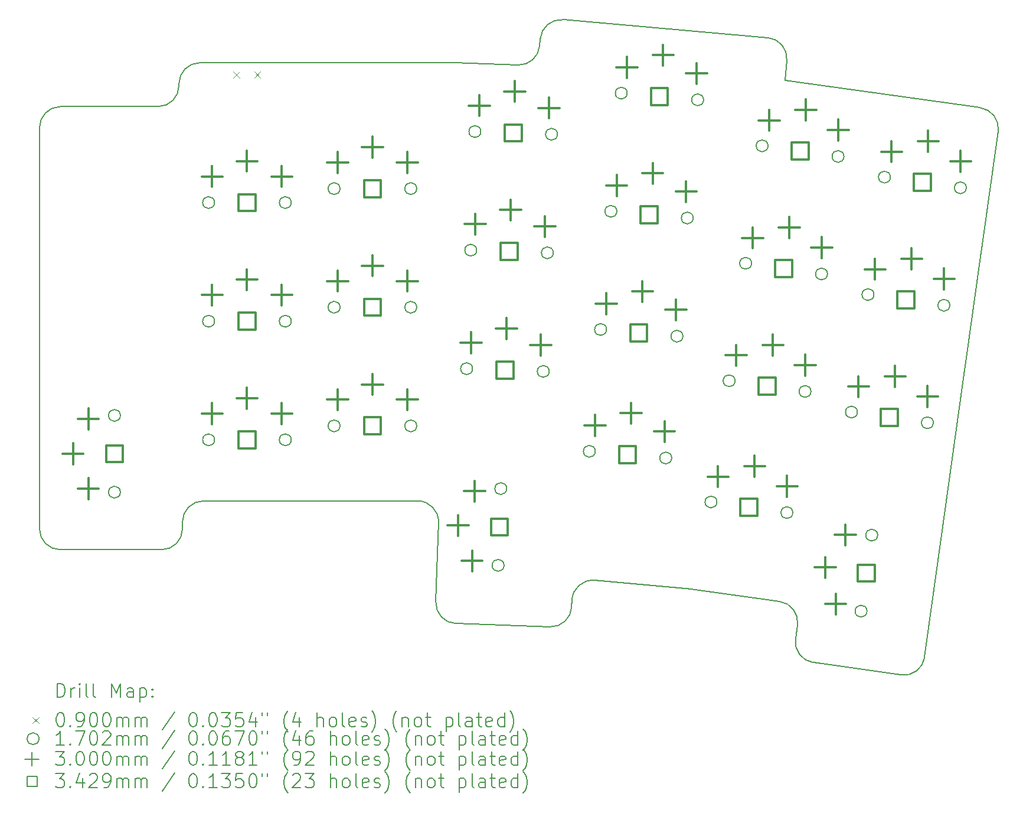
<source format=gbr>
%TF.GenerationSoftware,KiCad,Pcbnew,(6.0.9)*%
%TF.CreationDate,2022-11-05T11:26:51+01:00*%
%TF.ProjectId,itemun,6974656d-756e-42e6-9b69-6361645f7063,v1.0.0*%
%TF.SameCoordinates,Original*%
%TF.FileFunction,Drillmap*%
%TF.FilePolarity,Positive*%
%FSLAX45Y45*%
G04 Gerber Fmt 4.5, Leading zero omitted, Abs format (unit mm)*
G04 Created by KiCad (PCBNEW (6.0.9)) date 2022-11-05 11:26:51*
%MOMM*%
%LPD*%
G01*
G04 APERTURE LIST*
%ADD10C,0.150000*%
%ADD11C,0.200000*%
%ADD12C,0.090000*%
%ADD13C,0.170180*%
%ADD14C,0.300000*%
%ADD15C,0.342900*%
G04 APERTURE END LIST*
D10*
X9999317Y-1771798D02*
X11334248Y-1959410D01*
X718150Y-918120D02*
X718150Y4831880D01*
X13995345Y1409119D02*
X13988386Y1359605D01*
X6673150Y5759690D02*
X7581528Y5727969D01*
X8679490Y-1655915D02*
G75*
G03*
X8353526Y-1944304I-26150J-298855D01*
G01*
X14468533Y4776030D02*
G75*
G03*
X14213205Y5114862I-297083J41750D01*
G01*
X11436343Y5794997D02*
G75*
G03*
X11163626Y6120003I-298863J26143D01*
G01*
X1018150Y5131880D02*
G75*
G03*
X718150Y4831880I-1J-300000D01*
G01*
X1018150Y-1218120D02*
X2468151Y-1218120D01*
X3018150Y5759880D02*
X6673150Y5759880D01*
X3018150Y5759879D02*
G75*
G03*
X2718151Y5459880I-1J-299999D01*
G01*
X11561742Y-2496296D02*
X11589577Y-2298243D01*
X1018150Y5131880D02*
X2418151Y5131880D01*
X8224852Y6377112D02*
X11163626Y6120003D01*
X13995345Y1409119D02*
X14224981Y3043061D01*
X8353526Y-1944304D02*
X8350408Y-2033593D01*
X14231939Y3092574D02*
X14468533Y4776030D01*
X7581528Y5727969D02*
G75*
G03*
X7890856Y6001639I10470J299817D01*
G01*
X6409623Y-1735679D02*
X6441299Y-828589D01*
X11436338Y5794998D02*
X11411285Y5508647D01*
X11589579Y-2298243D02*
G75*
G03*
X11334248Y-1959410I-297079J41753D01*
G01*
X8040121Y-2322938D02*
G75*
G03*
X8350408Y-2033593I10469J299818D01*
G01*
X2418151Y5131880D02*
G75*
G03*
X2718151Y5431880I-1J300001D01*
G01*
X11411285Y5508647D02*
X14213205Y5114862D01*
X7890856Y6001639D02*
X7899847Y6104401D01*
X8679490Y-1655915D02*
X9983712Y-1770020D01*
X3068150Y-518120D02*
X6141482Y-518120D01*
X11817071Y-2835129D02*
X13074711Y-3011878D01*
X6690943Y-2275826D02*
X8040121Y-2322940D01*
X11561742Y-2496296D02*
G75*
G03*
X11817071Y-2835129I297078J-41754D01*
G01*
X13681357Y-825025D02*
X13988386Y1359605D01*
X6401594Y-1965539D02*
G75*
G03*
X6690943Y-2275826I299816J-10471D01*
G01*
X3068150Y-518120D02*
G75*
G03*
X2768151Y-818120I-1J-299999D01*
G01*
X6673150Y5759880D02*
X6673150Y5759690D01*
X13413543Y-2756550D02*
X13684931Y-825527D01*
X6441298Y-828589D02*
G75*
G03*
X6141482Y-518120I-299818J10470D01*
G01*
X9999317Y-1771798D02*
G75*
G03*
X9983712Y-1770020I-41767J-297212D01*
G01*
X2468151Y-1218121D02*
G75*
G03*
X2768151Y-918120I-1J300001D01*
G01*
X718150Y-918120D02*
G75*
G03*
X1018150Y-1218120I300000J0D01*
G01*
X6401596Y-1965539D02*
X6409623Y-1735679D01*
X2768151Y-818120D02*
X2768151Y-918120D01*
X2718151Y5431880D02*
X2718151Y5459880D01*
X14231939Y3092574D02*
X14224981Y3043061D01*
X8224852Y6377114D02*
G75*
G03*
X7899847Y6104401I-26142J-298864D01*
G01*
X13681357Y-825025D02*
X13684931Y-825527D01*
X13074710Y-3011884D02*
G75*
G03*
X13413543Y-2756550I41750J297084D01*
G01*
D11*
D12*
X3498150Y5634880D02*
X3588150Y5544880D01*
X3588150Y5634880D02*
X3498150Y5544880D01*
X3498150Y5634880D02*
X3588150Y5544880D01*
X3588150Y5634880D02*
X3498150Y5544880D01*
X3798150Y5634880D02*
X3888150Y5544880D01*
X3888150Y5634880D02*
X3798150Y5544880D01*
X3798150Y5634880D02*
X3888150Y5544880D01*
X3888150Y5634880D02*
X3798150Y5544880D01*
D13*
X1878240Y706880D02*
G75*
G03*
X1878240Y706880I-85090J0D01*
G01*
X1878240Y-393120D02*
G75*
G03*
X1878240Y-393120I-85090J0D01*
G01*
X3228240Y3756880D02*
G75*
G03*
X3228240Y3756880I-85090J0D01*
G01*
X3228240Y2056880D02*
G75*
G03*
X3228240Y2056880I-85090J0D01*
G01*
X3228240Y356880D02*
G75*
G03*
X3228240Y356880I-85090J0D01*
G01*
X4328241Y3756880D02*
G75*
G03*
X4328241Y3756880I-85090J0D01*
G01*
X4328241Y2056880D02*
G75*
G03*
X4328241Y2056880I-85090J0D01*
G01*
X4328241Y356880D02*
G75*
G03*
X4328241Y356880I-85090J0D01*
G01*
X5028241Y3956880D02*
G75*
G03*
X5028241Y3956880I-85090J0D01*
G01*
X5028241Y2256880D02*
G75*
G03*
X5028241Y2256880I-85090J0D01*
G01*
X5028241Y556880D02*
G75*
G03*
X5028241Y556880I-85090J0D01*
G01*
X6128240Y3956880D02*
G75*
G03*
X6128240Y3956880I-85090J0D01*
G01*
X6128240Y2256880D02*
G75*
G03*
X6128240Y2256880I-85090J0D01*
G01*
X6128240Y556880D02*
G75*
G03*
X6128240Y556880I-85090J0D01*
G01*
X6928575Y1376075D02*
G75*
G03*
X6928575Y1376075I-85090J0D01*
G01*
X6987905Y3075039D02*
G75*
G03*
X6987905Y3075039I-85090J0D01*
G01*
X7047234Y4774004D02*
G75*
G03*
X7047234Y4774004I-85090J0D01*
G01*
X7380522Y-1441414D02*
G75*
G03*
X7380522Y-1441414I-85090J0D01*
G01*
X7418911Y-342084D02*
G75*
G03*
X7418911Y-342084I-85090J0D01*
G01*
X8027905Y1337686D02*
G75*
G03*
X8027905Y1337686I-85090J0D01*
G01*
X8087235Y3036650D02*
G75*
G03*
X8087235Y3036650I-85090J0D01*
G01*
X8146564Y4735615D02*
G75*
G03*
X8146564Y4735615I-85090J0D01*
G01*
X8689102Y192697D02*
G75*
G03*
X8689102Y192697I-85090J0D01*
G01*
X8850116Y1938141D02*
G75*
G03*
X8850116Y1938141I-85090J0D01*
G01*
X8998280Y3631672D02*
G75*
G03*
X8998280Y3631672I-85090J0D01*
G01*
X9146445Y5325204D02*
G75*
G03*
X9146445Y5325204I-85090J0D01*
G01*
X9784917Y96826D02*
G75*
G03*
X9784917Y96826I-85090J0D01*
G01*
X9945930Y1842270D02*
G75*
G03*
X9945930Y1842270I-85090J0D01*
G01*
X10094095Y3535801D02*
G75*
G03*
X10094095Y3535801I-85090J0D01*
G01*
X10242259Y5229332D02*
G75*
G03*
X10242259Y5229332I-85090J0D01*
G01*
X10433219Y-533290D02*
G75*
G03*
X10433219Y-533290I-85090J0D01*
G01*
X10693852Y1203438D02*
G75*
G03*
X10693852Y1203438I-85090J0D01*
G01*
X10930446Y2886894D02*
G75*
G03*
X10930446Y2886894I-85090J0D01*
G01*
X11167040Y4570350D02*
G75*
G03*
X11167040Y4570350I-85090J0D01*
G01*
X11522514Y-686381D02*
G75*
G03*
X11522514Y-686381I-85090J0D01*
G01*
X11783147Y1050348D02*
G75*
G03*
X11783147Y1050348I-85090J0D01*
G01*
X12019741Y2733804D02*
G75*
G03*
X12019741Y2733804I-85090J0D01*
G01*
X12256335Y4417259D02*
G75*
G03*
X12256335Y4417259I-85090J0D01*
G01*
X12448500Y754873D02*
G75*
G03*
X12448500Y754873I-85090J0D01*
G01*
X12586383Y-2098182D02*
G75*
G03*
X12586383Y-2098182I-85090J0D01*
G01*
X12685094Y2438329D02*
G75*
G03*
X12685094Y2438329I-85090J0D01*
G01*
X12739473Y-1008887D02*
G75*
G03*
X12739473Y-1008887I-85090J0D01*
G01*
X12921688Y4121784D02*
G75*
G03*
X12921688Y4121784I-85090J0D01*
G01*
X13537794Y601783D02*
G75*
G03*
X13537794Y601783I-85090J0D01*
G01*
X13774389Y2285238D02*
G75*
G03*
X13774389Y2285238I-85090J0D01*
G01*
X14010983Y3968694D02*
G75*
G03*
X14010983Y3968694I-85090J0D01*
G01*
D14*
X1198151Y306880D02*
X1198151Y6880D01*
X1048150Y156880D02*
X1348151Y156880D01*
X1198151Y306880D02*
X1198151Y6880D01*
X1048150Y156880D02*
X1348151Y156880D01*
X1418150Y806880D02*
X1418150Y506880D01*
X1268151Y656880D02*
X1568150Y656880D01*
X1418150Y-193120D02*
X1418150Y-493120D01*
X1268151Y-343120D02*
X1568150Y-343120D01*
X3193150Y4281880D02*
X3193150Y3981880D01*
X3043150Y4131880D02*
X3343150Y4131880D01*
X3193150Y2581880D02*
X3193150Y2281880D01*
X3043150Y2431880D02*
X3343150Y2431880D01*
X3193150Y881880D02*
X3193150Y581880D01*
X3043150Y731880D02*
X3343150Y731880D01*
X3693150Y4501880D02*
X3693150Y4201880D01*
X3543150Y4351880D02*
X3843150Y4351880D01*
X3693150Y4501880D02*
X3693150Y4201880D01*
X3543150Y4351880D02*
X3843150Y4351880D01*
X3693150Y2801880D02*
X3693150Y2501880D01*
X3543150Y2651880D02*
X3843150Y2651880D01*
X3693150Y2801880D02*
X3693150Y2501880D01*
X3543150Y2651880D02*
X3843150Y2651880D01*
X3693150Y1101880D02*
X3693150Y801880D01*
X3543150Y951880D02*
X3843150Y951880D01*
X3693150Y1101880D02*
X3693150Y801880D01*
X3543150Y951880D02*
X3843150Y951880D01*
X4193150Y4281880D02*
X4193150Y3981880D01*
X4043150Y4131880D02*
X4343151Y4131880D01*
X4193150Y2581880D02*
X4193150Y2281880D01*
X4043150Y2431880D02*
X4343151Y2431880D01*
X4193150Y881880D02*
X4193150Y581880D01*
X4043150Y731880D02*
X4343151Y731880D01*
X4993151Y4481880D02*
X4993151Y4181880D01*
X4843151Y4331880D02*
X5143151Y4331880D01*
X4993151Y2781880D02*
X4993151Y2481880D01*
X4843151Y2631880D02*
X5143151Y2631880D01*
X4993151Y1081880D02*
X4993151Y781880D01*
X4843151Y931880D02*
X5143151Y931880D01*
X5493151Y4701880D02*
X5493151Y4401880D01*
X5343151Y4551880D02*
X5643150Y4551880D01*
X5493151Y4701880D02*
X5493151Y4401880D01*
X5343151Y4551880D02*
X5643150Y4551880D01*
X5493151Y3001880D02*
X5493151Y2701880D01*
X5343151Y2851880D02*
X5643150Y2851880D01*
X5493151Y3001880D02*
X5493151Y2701880D01*
X5343151Y2851880D02*
X5643150Y2851880D01*
X5493151Y1301880D02*
X5493151Y1001880D01*
X5343151Y1151880D02*
X5643150Y1151880D01*
X5493151Y1301880D02*
X5493151Y1001880D01*
X5343151Y1151880D02*
X5643150Y1151880D01*
X5993150Y4481880D02*
X5993150Y4181880D01*
X5843150Y4331880D02*
X6143150Y4331880D01*
X5993150Y2781880D02*
X5993150Y2481880D01*
X5843150Y2631880D02*
X6143150Y2631880D01*
X5993150Y1081880D02*
X5993150Y781880D01*
X5843150Y931880D02*
X6143150Y931880D01*
X6719989Y-720984D02*
X6719989Y-1020984D01*
X6569989Y-870984D02*
X6869989Y-870984D01*
X6719989Y-720984D02*
X6719989Y-1020984D01*
X6569989Y-870984D02*
X6869989Y-870984D01*
X6906542Y1899102D02*
X6906542Y1599102D01*
X6756542Y1749102D02*
X7056542Y1749102D01*
X6922405Y-1228357D02*
X6922405Y-1528357D01*
X6772405Y-1378357D02*
X7072405Y-1378357D01*
X6957305Y-228966D02*
X6957305Y-528966D01*
X6807305Y-378966D02*
X7107305Y-378966D01*
X6965871Y3598066D02*
X6965871Y3298066D01*
X6815871Y3448066D02*
X7115871Y3448066D01*
X7025201Y5297031D02*
X7025201Y4997031D01*
X6875201Y5147031D02*
X7175201Y5147031D01*
X7413916Y2101518D02*
X7413916Y1801518D01*
X7263916Y1951518D02*
X7563916Y1951518D01*
X7413916Y2101518D02*
X7413916Y1801518D01*
X7263916Y1951518D02*
X7563916Y1951518D01*
X7473245Y3800482D02*
X7473245Y3500482D01*
X7323245Y3650482D02*
X7623245Y3650482D01*
X7473245Y3800482D02*
X7473245Y3500482D01*
X7323245Y3650482D02*
X7623245Y3650482D01*
X7532574Y5499447D02*
X7532574Y5199447D01*
X7382574Y5349447D02*
X7682574Y5349447D01*
X7532574Y5499447D02*
X7532574Y5199447D01*
X7382574Y5349447D02*
X7682574Y5349447D01*
X7905933Y1864202D02*
X7905933Y1564202D01*
X7755933Y1714202D02*
X8055933Y1714202D01*
X7965262Y3563167D02*
X7965262Y3263167D01*
X7815262Y3413167D02*
X8115262Y3413167D01*
X8024591Y5262131D02*
X8024591Y4962131D01*
X7874591Y5112131D02*
X8174591Y5112131D01*
X8686506Y711913D02*
X8686506Y411913D01*
X8536506Y561913D02*
X8836506Y561913D01*
X8847519Y2457357D02*
X8847519Y2157357D01*
X8697519Y2307357D02*
X8997519Y2307357D01*
X8995684Y4150888D02*
X8995684Y3850888D01*
X8845684Y4000888D02*
X9145684Y4000888D01*
X9143848Y5844419D02*
X9143848Y5544419D01*
X8993848Y5694419D02*
X9293848Y5694419D01*
X9203777Y887498D02*
X9203777Y587498D01*
X9053777Y737498D02*
X9353777Y737498D01*
X9203777Y887498D02*
X9203777Y587498D01*
X9053777Y737498D02*
X9353777Y737498D01*
X9364790Y2632942D02*
X9364790Y2332942D01*
X9214790Y2482942D02*
X9514790Y2482942D01*
X9364790Y2632942D02*
X9364790Y2332942D01*
X9214790Y2482942D02*
X9514790Y2482942D01*
X9512955Y4326473D02*
X9512955Y4026473D01*
X9362955Y4176473D02*
X9662955Y4176473D01*
X9512955Y4326473D02*
X9512955Y4026473D01*
X9362955Y4176473D02*
X9662955Y4176473D01*
X9661120Y6020004D02*
X9661120Y5720004D01*
X9511120Y5870004D02*
X9811120Y5870004D01*
X9661120Y6020004D02*
X9661120Y5720004D01*
X9511120Y5870004D02*
X9811120Y5870004D01*
X9682700Y624757D02*
X9682700Y324757D01*
X9532700Y474757D02*
X9832700Y474757D01*
X9843714Y2370201D02*
X9843714Y2070201D01*
X9693714Y2220201D02*
X9993714Y2220201D01*
X9991878Y4063732D02*
X9991878Y3763732D01*
X9841878Y3913732D02*
X10141878Y3913732D01*
X10140043Y5757263D02*
X10140043Y5457263D01*
X9990043Y5607263D02*
X10290043Y5607263D01*
X10449832Y-18898D02*
X10449832Y-318898D01*
X10299832Y-168898D02*
X10599832Y-168898D01*
X10710465Y1717830D02*
X10710465Y1417830D01*
X10560465Y1567830D02*
X10860465Y1567830D01*
X10947059Y3401286D02*
X10947059Y3101286D01*
X10797059Y3251286D02*
X11097059Y3251286D01*
X10975585Y129374D02*
X10975585Y-170626D01*
X10825585Y-20626D02*
X11125585Y-20626D01*
X10975585Y129374D02*
X10975585Y-170626D01*
X10825585Y-20626D02*
X11125585Y-20626D01*
X11183654Y5084742D02*
X11183654Y4784742D01*
X11033654Y4934742D02*
X11333654Y4934742D01*
X11236217Y1866103D02*
X11236217Y1566103D01*
X11086217Y1716103D02*
X11386217Y1716103D01*
X11236217Y1866103D02*
X11236217Y1566103D01*
X11086217Y1716103D02*
X11386217Y1716103D01*
X11440100Y-158071D02*
X11440100Y-458071D01*
X11290100Y-308071D02*
X11590100Y-308071D01*
X11472811Y3549558D02*
X11472811Y3249558D01*
X11322811Y3399558D02*
X11622811Y3399558D01*
X11472811Y3549558D02*
X11472811Y3249558D01*
X11322811Y3399558D02*
X11622811Y3399558D01*
X11700733Y1578657D02*
X11700733Y1278657D01*
X11550733Y1428657D02*
X11850733Y1428657D01*
X11709406Y5233014D02*
X11709406Y4933014D01*
X11559406Y5083014D02*
X11859406Y5083014D01*
X11709406Y5233014D02*
X11709406Y4933014D01*
X11559406Y5083014D02*
X11859406Y5083014D01*
X11937327Y3262113D02*
X11937327Y2962113D01*
X11787327Y3112113D02*
X12087327Y3112113D01*
X11988628Y-1320727D02*
X11988628Y-1620727D01*
X11838628Y-1470727D02*
X12138628Y-1470727D01*
X11988628Y-1320727D02*
X11988628Y-1620727D01*
X11838628Y-1470727D02*
X12138628Y-1470727D01*
X12136901Y-1846479D02*
X12136901Y-2146479D01*
X11986901Y-1996479D02*
X12286901Y-1996479D01*
X12173922Y4945569D02*
X12173922Y4645569D01*
X12023922Y4795569D02*
X12323922Y4795569D01*
X12276074Y-856211D02*
X12276074Y-1156211D01*
X12126074Y-1006211D02*
X12426074Y-1006211D01*
X12465113Y1269265D02*
X12465113Y969265D01*
X12315113Y1119265D02*
X12615113Y1119265D01*
X12701707Y2952721D02*
X12701707Y2652721D01*
X12551707Y2802721D02*
X12851707Y2802721D01*
X12938302Y4636176D02*
X12938302Y4336176D01*
X12788302Y4486176D02*
X13088302Y4486176D01*
X12990865Y1417537D02*
X12990865Y1117537D01*
X12840865Y1267537D02*
X13140865Y1267537D01*
X12990865Y1417537D02*
X12990865Y1117537D01*
X12840865Y1267537D02*
X13140865Y1267537D01*
X13227459Y3100993D02*
X13227459Y2800993D01*
X13077459Y2950993D02*
X13377459Y2950993D01*
X13227459Y3100993D02*
X13227459Y2800993D01*
X13077459Y2950993D02*
X13377459Y2950993D01*
X13455381Y1130092D02*
X13455381Y830092D01*
X13305381Y980092D02*
X13605381Y980092D01*
X13464054Y4784449D02*
X13464054Y4484449D01*
X13314054Y4634449D02*
X13614054Y4634449D01*
X13464054Y4784449D02*
X13464054Y4484449D01*
X13314054Y4634449D02*
X13614054Y4634449D01*
X13691975Y2813548D02*
X13691975Y2513548D01*
X13541975Y2663548D02*
X13841975Y2663548D01*
X13928570Y4497003D02*
X13928570Y4197003D01*
X13778570Y4347003D02*
X14078570Y4347003D01*
D15*
X1914385Y35646D02*
X1914385Y278115D01*
X1671916Y278115D01*
X1671916Y35646D01*
X1914385Y35646D01*
X3814385Y3635646D02*
X3814385Y3878115D01*
X3571916Y3878115D01*
X3571916Y3635646D01*
X3814385Y3635646D01*
X3814385Y1935646D02*
X3814385Y2178115D01*
X3571916Y2178115D01*
X3571916Y1935646D01*
X3814385Y1935646D01*
X3814385Y235646D02*
X3814385Y478115D01*
X3571916Y478115D01*
X3571916Y235646D01*
X3814385Y235646D01*
X5614385Y3835646D02*
X5614385Y4078115D01*
X5371916Y4078115D01*
X5371916Y3835646D01*
X5614385Y3835646D01*
X5614385Y2135646D02*
X5614385Y2378115D01*
X5371916Y2378115D01*
X5371916Y2135646D01*
X5614385Y2135646D01*
X5614385Y435646D02*
X5614385Y678115D01*
X5371916Y678115D01*
X5371916Y435646D01*
X5614385Y435646D01*
X7435861Y-1012984D02*
X7435861Y-770514D01*
X7193392Y-770514D01*
X7193392Y-1012984D01*
X7435861Y-1012984D01*
X7514385Y1235646D02*
X7514385Y1478115D01*
X7271916Y1478115D01*
X7271916Y1235646D01*
X7514385Y1235646D01*
X7573714Y2934610D02*
X7573714Y3177079D01*
X7331245Y3177079D01*
X7331245Y2934610D01*
X7573714Y2934610D01*
X7633043Y4633575D02*
X7633043Y4876044D01*
X7390574Y4876044D01*
X7390574Y4633575D01*
X7633043Y4633575D01*
X9273154Y23527D02*
X9273154Y265996D01*
X9030685Y265996D01*
X9030685Y23527D01*
X9273154Y23527D01*
X9434167Y1768971D02*
X9434167Y2011440D01*
X9191698Y2011440D01*
X9191698Y1768971D01*
X9434167Y1768971D01*
X9582332Y3462502D02*
X9582332Y3704971D01*
X9339863Y3704971D01*
X9339863Y3462502D01*
X9582332Y3462502D01*
X9730497Y5156033D02*
X9730497Y5398502D01*
X9488028Y5398502D01*
X9488028Y5156033D01*
X9730497Y5156033D01*
X11014011Y-731070D02*
X11014011Y-488601D01*
X10771542Y-488601D01*
X10771542Y-731070D01*
X11014011Y-731070D01*
X11274644Y1005658D02*
X11274644Y1248128D01*
X11032175Y1248128D01*
X11032175Y1005658D01*
X11274644Y1005658D01*
X11511238Y2689114D02*
X11511238Y2931583D01*
X11268769Y2931583D01*
X11268769Y2689114D01*
X11511238Y2689114D01*
X11747832Y4372570D02*
X11747832Y4615039D01*
X11505363Y4615039D01*
X11505363Y4372570D01*
X11747832Y4372570D01*
X12699072Y-1674769D02*
X12699072Y-1432300D01*
X12456603Y-1432300D01*
X12456603Y-1674769D01*
X12699072Y-1674769D01*
X13029292Y557093D02*
X13029292Y799562D01*
X12786822Y799562D01*
X12786822Y557093D01*
X13029292Y557093D01*
X13265886Y2240549D02*
X13265886Y2483018D01*
X13023417Y2483018D01*
X13023417Y2240549D01*
X13265886Y2240549D01*
X13502480Y3924005D02*
X13502480Y4166474D01*
X13260011Y4166474D01*
X13260011Y3924005D01*
X13502480Y3924005D01*
D11*
X968269Y-3332779D02*
X968269Y-3132779D01*
X1015888Y-3132779D01*
X1044460Y-3142303D01*
X1063508Y-3161350D01*
X1073031Y-3180398D01*
X1082555Y-3218493D01*
X1082555Y-3247065D01*
X1073031Y-3285160D01*
X1063508Y-3304207D01*
X1044460Y-3323255D01*
X1015888Y-3332779D01*
X968269Y-3332779D01*
X1168270Y-3332779D02*
X1168270Y-3199446D01*
X1168270Y-3237541D02*
X1177793Y-3218493D01*
X1187317Y-3208969D01*
X1206365Y-3199446D01*
X1225412Y-3199446D01*
X1292079Y-3332779D02*
X1292079Y-3199446D01*
X1292079Y-3132779D02*
X1282555Y-3142303D01*
X1292079Y-3151827D01*
X1301603Y-3142303D01*
X1292079Y-3132779D01*
X1292079Y-3151827D01*
X1415888Y-3332779D02*
X1396841Y-3323255D01*
X1387317Y-3304207D01*
X1387317Y-3132779D01*
X1520650Y-3332779D02*
X1501603Y-3323255D01*
X1492079Y-3304207D01*
X1492079Y-3132779D01*
X1749222Y-3332779D02*
X1749222Y-3132779D01*
X1815888Y-3275636D01*
X1882555Y-3132779D01*
X1882555Y-3332779D01*
X2063508Y-3332779D02*
X2063508Y-3228017D01*
X2053984Y-3208969D01*
X2034936Y-3199446D01*
X1996841Y-3199446D01*
X1977793Y-3208969D01*
X2063508Y-3323255D02*
X2044460Y-3332779D01*
X1996841Y-3332779D01*
X1977793Y-3323255D01*
X1968269Y-3304207D01*
X1968269Y-3285160D01*
X1977793Y-3266112D01*
X1996841Y-3256588D01*
X2044460Y-3256588D01*
X2063508Y-3247065D01*
X2158746Y-3199446D02*
X2158746Y-3399446D01*
X2158746Y-3208969D02*
X2177793Y-3199446D01*
X2215889Y-3199446D01*
X2234936Y-3208969D01*
X2244460Y-3218493D01*
X2253984Y-3237541D01*
X2253984Y-3294684D01*
X2244460Y-3313731D01*
X2234936Y-3323255D01*
X2215889Y-3332779D01*
X2177793Y-3332779D01*
X2158746Y-3323255D01*
X2339698Y-3313731D02*
X2349222Y-3323255D01*
X2339698Y-3332779D01*
X2330174Y-3323255D01*
X2339698Y-3313731D01*
X2339698Y-3332779D01*
X2339698Y-3208969D02*
X2349222Y-3218493D01*
X2339698Y-3228017D01*
X2330174Y-3218493D01*
X2339698Y-3208969D01*
X2339698Y-3228017D01*
D12*
X620651Y-3617303D02*
X710650Y-3707303D01*
X710650Y-3617303D02*
X620651Y-3707303D01*
D11*
X1006365Y-3552779D02*
X1025412Y-3552779D01*
X1044460Y-3562303D01*
X1053984Y-3571827D01*
X1063508Y-3590874D01*
X1073031Y-3628969D01*
X1073031Y-3676588D01*
X1063508Y-3714684D01*
X1053984Y-3733731D01*
X1044460Y-3743255D01*
X1025412Y-3752779D01*
X1006365Y-3752779D01*
X987317Y-3743255D01*
X977793Y-3733731D01*
X968269Y-3714684D01*
X958746Y-3676588D01*
X958746Y-3628969D01*
X968269Y-3590874D01*
X977793Y-3571827D01*
X987317Y-3562303D01*
X1006365Y-3552779D01*
X1158746Y-3733731D02*
X1168270Y-3743255D01*
X1158746Y-3752779D01*
X1149222Y-3743255D01*
X1158746Y-3733731D01*
X1158746Y-3752779D01*
X1263508Y-3752779D02*
X1301603Y-3752779D01*
X1320651Y-3743255D01*
X1330174Y-3733731D01*
X1349222Y-3705160D01*
X1358746Y-3667065D01*
X1358746Y-3590874D01*
X1349222Y-3571827D01*
X1339698Y-3562303D01*
X1320651Y-3552779D01*
X1282555Y-3552779D01*
X1263508Y-3562303D01*
X1253984Y-3571827D01*
X1244460Y-3590874D01*
X1244460Y-3638493D01*
X1253984Y-3657541D01*
X1263508Y-3667065D01*
X1282555Y-3676588D01*
X1320651Y-3676588D01*
X1339698Y-3667065D01*
X1349222Y-3657541D01*
X1358746Y-3638493D01*
X1482555Y-3552779D02*
X1501603Y-3552779D01*
X1520650Y-3562303D01*
X1530174Y-3571827D01*
X1539698Y-3590874D01*
X1549222Y-3628969D01*
X1549222Y-3676588D01*
X1539698Y-3714684D01*
X1530174Y-3733731D01*
X1520650Y-3743255D01*
X1501603Y-3752779D01*
X1482555Y-3752779D01*
X1463508Y-3743255D01*
X1453984Y-3733731D01*
X1444460Y-3714684D01*
X1434936Y-3676588D01*
X1434936Y-3628969D01*
X1444460Y-3590874D01*
X1453984Y-3571827D01*
X1463508Y-3562303D01*
X1482555Y-3552779D01*
X1673031Y-3552779D02*
X1692079Y-3552779D01*
X1711127Y-3562303D01*
X1720650Y-3571827D01*
X1730174Y-3590874D01*
X1739698Y-3628969D01*
X1739698Y-3676588D01*
X1730174Y-3714684D01*
X1720650Y-3733731D01*
X1711127Y-3743255D01*
X1692079Y-3752779D01*
X1673031Y-3752779D01*
X1653984Y-3743255D01*
X1644460Y-3733731D01*
X1634936Y-3714684D01*
X1625412Y-3676588D01*
X1625412Y-3628969D01*
X1634936Y-3590874D01*
X1644460Y-3571827D01*
X1653984Y-3562303D01*
X1673031Y-3552779D01*
X1825412Y-3752779D02*
X1825412Y-3619446D01*
X1825412Y-3638493D02*
X1834936Y-3628969D01*
X1853984Y-3619446D01*
X1882555Y-3619446D01*
X1901603Y-3628969D01*
X1911127Y-3648017D01*
X1911127Y-3752779D01*
X1911127Y-3648017D02*
X1920650Y-3628969D01*
X1939698Y-3619446D01*
X1968269Y-3619446D01*
X1987317Y-3628969D01*
X1996841Y-3648017D01*
X1996841Y-3752779D01*
X2092079Y-3752779D02*
X2092079Y-3619446D01*
X2092079Y-3638493D02*
X2101603Y-3628969D01*
X2120651Y-3619446D01*
X2149222Y-3619446D01*
X2168270Y-3628969D01*
X2177793Y-3648017D01*
X2177793Y-3752779D01*
X2177793Y-3648017D02*
X2187317Y-3628969D01*
X2206365Y-3619446D01*
X2234936Y-3619446D01*
X2253984Y-3628969D01*
X2263508Y-3648017D01*
X2263508Y-3752779D01*
X2653984Y-3543255D02*
X2482555Y-3800398D01*
X2911127Y-3552779D02*
X2930174Y-3552779D01*
X2949222Y-3562303D01*
X2958746Y-3571827D01*
X2968269Y-3590874D01*
X2977793Y-3628969D01*
X2977793Y-3676588D01*
X2968269Y-3714684D01*
X2958746Y-3733731D01*
X2949222Y-3743255D01*
X2930174Y-3752779D01*
X2911127Y-3752779D01*
X2892079Y-3743255D01*
X2882555Y-3733731D01*
X2873031Y-3714684D01*
X2863508Y-3676588D01*
X2863508Y-3628969D01*
X2873031Y-3590874D01*
X2882555Y-3571827D01*
X2892079Y-3562303D01*
X2911127Y-3552779D01*
X3063508Y-3733731D02*
X3073031Y-3743255D01*
X3063508Y-3752779D01*
X3053984Y-3743255D01*
X3063508Y-3733731D01*
X3063508Y-3752779D01*
X3196841Y-3552779D02*
X3215888Y-3552779D01*
X3234936Y-3562303D01*
X3244460Y-3571827D01*
X3253984Y-3590874D01*
X3263508Y-3628969D01*
X3263508Y-3676588D01*
X3253984Y-3714684D01*
X3244460Y-3733731D01*
X3234936Y-3743255D01*
X3215888Y-3752779D01*
X3196841Y-3752779D01*
X3177793Y-3743255D01*
X3168269Y-3733731D01*
X3158746Y-3714684D01*
X3149222Y-3676588D01*
X3149222Y-3628969D01*
X3158746Y-3590874D01*
X3168269Y-3571827D01*
X3177793Y-3562303D01*
X3196841Y-3552779D01*
X3330174Y-3552779D02*
X3453984Y-3552779D01*
X3387317Y-3628969D01*
X3415888Y-3628969D01*
X3434936Y-3638493D01*
X3444460Y-3648017D01*
X3453984Y-3667065D01*
X3453984Y-3714684D01*
X3444460Y-3733731D01*
X3434936Y-3743255D01*
X3415888Y-3752779D01*
X3358746Y-3752779D01*
X3339698Y-3743255D01*
X3330174Y-3733731D01*
X3634936Y-3552779D02*
X3539698Y-3552779D01*
X3530174Y-3648017D01*
X3539698Y-3638493D01*
X3558746Y-3628969D01*
X3606365Y-3628969D01*
X3625412Y-3638493D01*
X3634936Y-3648017D01*
X3644460Y-3667065D01*
X3644460Y-3714684D01*
X3634936Y-3733731D01*
X3625412Y-3743255D01*
X3606365Y-3752779D01*
X3558746Y-3752779D01*
X3539698Y-3743255D01*
X3530174Y-3733731D01*
X3815888Y-3619446D02*
X3815888Y-3752779D01*
X3768269Y-3543255D02*
X3720650Y-3686112D01*
X3844460Y-3686112D01*
X3911127Y-3552779D02*
X3911127Y-3590874D01*
X3987317Y-3552779D02*
X3987317Y-3590874D01*
X4282555Y-3828969D02*
X4273031Y-3819446D01*
X4253984Y-3790874D01*
X4244460Y-3771827D01*
X4234936Y-3743255D01*
X4225412Y-3695636D01*
X4225412Y-3657541D01*
X4234936Y-3609922D01*
X4244460Y-3581350D01*
X4253984Y-3562303D01*
X4273031Y-3533731D01*
X4282555Y-3524207D01*
X4444460Y-3619446D02*
X4444460Y-3752779D01*
X4396841Y-3543255D02*
X4349222Y-3686112D01*
X4473031Y-3686112D01*
X4701603Y-3752779D02*
X4701603Y-3552779D01*
X4787317Y-3752779D02*
X4787317Y-3648017D01*
X4777793Y-3628969D01*
X4758746Y-3619446D01*
X4730174Y-3619446D01*
X4711127Y-3628969D01*
X4701603Y-3638493D01*
X4911127Y-3752779D02*
X4892079Y-3743255D01*
X4882555Y-3733731D01*
X4873031Y-3714684D01*
X4873031Y-3657541D01*
X4882555Y-3638493D01*
X4892079Y-3628969D01*
X4911127Y-3619446D01*
X4939698Y-3619446D01*
X4958746Y-3628969D01*
X4968270Y-3638493D01*
X4977793Y-3657541D01*
X4977793Y-3714684D01*
X4968270Y-3733731D01*
X4958746Y-3743255D01*
X4939698Y-3752779D01*
X4911127Y-3752779D01*
X5092079Y-3752779D02*
X5073031Y-3743255D01*
X5063508Y-3724207D01*
X5063508Y-3552779D01*
X5244460Y-3743255D02*
X5225412Y-3752779D01*
X5187317Y-3752779D01*
X5168270Y-3743255D01*
X5158746Y-3724207D01*
X5158746Y-3648017D01*
X5168270Y-3628969D01*
X5187317Y-3619446D01*
X5225412Y-3619446D01*
X5244460Y-3628969D01*
X5253984Y-3648017D01*
X5253984Y-3667065D01*
X5158746Y-3686112D01*
X5330174Y-3743255D02*
X5349222Y-3752779D01*
X5387317Y-3752779D01*
X5406365Y-3743255D01*
X5415889Y-3724207D01*
X5415889Y-3714684D01*
X5406365Y-3695636D01*
X5387317Y-3686112D01*
X5358746Y-3686112D01*
X5339698Y-3676588D01*
X5330174Y-3657541D01*
X5330174Y-3648017D01*
X5339698Y-3628969D01*
X5358746Y-3619446D01*
X5387317Y-3619446D01*
X5406365Y-3628969D01*
X5482555Y-3828969D02*
X5492079Y-3819446D01*
X5511127Y-3790874D01*
X5520650Y-3771827D01*
X5530174Y-3743255D01*
X5539698Y-3695636D01*
X5539698Y-3657541D01*
X5530174Y-3609922D01*
X5520650Y-3581350D01*
X5511127Y-3562303D01*
X5492079Y-3533731D01*
X5482555Y-3524207D01*
X5844460Y-3828969D02*
X5834936Y-3819446D01*
X5815888Y-3790874D01*
X5806365Y-3771827D01*
X5796841Y-3743255D01*
X5787317Y-3695636D01*
X5787317Y-3657541D01*
X5796841Y-3609922D01*
X5806365Y-3581350D01*
X5815888Y-3562303D01*
X5834936Y-3533731D01*
X5844460Y-3524207D01*
X5920650Y-3619446D02*
X5920650Y-3752779D01*
X5920650Y-3638493D02*
X5930174Y-3628969D01*
X5949222Y-3619446D01*
X5977793Y-3619446D01*
X5996841Y-3628969D01*
X6006365Y-3648017D01*
X6006365Y-3752779D01*
X6130174Y-3752779D02*
X6111127Y-3743255D01*
X6101603Y-3733731D01*
X6092079Y-3714684D01*
X6092079Y-3657541D01*
X6101603Y-3638493D01*
X6111127Y-3628969D01*
X6130174Y-3619446D01*
X6158746Y-3619446D01*
X6177793Y-3628969D01*
X6187317Y-3638493D01*
X6196841Y-3657541D01*
X6196841Y-3714684D01*
X6187317Y-3733731D01*
X6177793Y-3743255D01*
X6158746Y-3752779D01*
X6130174Y-3752779D01*
X6253984Y-3619446D02*
X6330174Y-3619446D01*
X6282555Y-3552779D02*
X6282555Y-3724207D01*
X6292079Y-3743255D01*
X6311127Y-3752779D01*
X6330174Y-3752779D01*
X6549222Y-3619446D02*
X6549222Y-3819446D01*
X6549222Y-3628969D02*
X6568269Y-3619446D01*
X6606365Y-3619446D01*
X6625412Y-3628969D01*
X6634936Y-3638493D01*
X6644460Y-3657541D01*
X6644460Y-3714684D01*
X6634936Y-3733731D01*
X6625412Y-3743255D01*
X6606365Y-3752779D01*
X6568269Y-3752779D01*
X6549222Y-3743255D01*
X6758746Y-3752779D02*
X6739698Y-3743255D01*
X6730174Y-3724207D01*
X6730174Y-3552779D01*
X6920650Y-3752779D02*
X6920650Y-3648017D01*
X6911127Y-3628969D01*
X6892079Y-3619446D01*
X6853984Y-3619446D01*
X6834936Y-3628969D01*
X6920650Y-3743255D02*
X6901603Y-3752779D01*
X6853984Y-3752779D01*
X6834936Y-3743255D01*
X6825412Y-3724207D01*
X6825412Y-3705160D01*
X6834936Y-3686112D01*
X6853984Y-3676588D01*
X6901603Y-3676588D01*
X6920650Y-3667065D01*
X6987317Y-3619446D02*
X7063508Y-3619446D01*
X7015888Y-3552779D02*
X7015888Y-3724207D01*
X7025412Y-3743255D01*
X7044460Y-3752779D01*
X7063508Y-3752779D01*
X7206365Y-3743255D02*
X7187317Y-3752779D01*
X7149222Y-3752779D01*
X7130174Y-3743255D01*
X7120650Y-3724207D01*
X7120650Y-3648017D01*
X7130174Y-3628969D01*
X7149222Y-3619446D01*
X7187317Y-3619446D01*
X7206365Y-3628969D01*
X7215888Y-3648017D01*
X7215888Y-3667065D01*
X7120650Y-3686112D01*
X7387317Y-3752779D02*
X7387317Y-3552779D01*
X7387317Y-3743255D02*
X7368269Y-3752779D01*
X7330174Y-3752779D01*
X7311127Y-3743255D01*
X7301603Y-3733731D01*
X7292079Y-3714684D01*
X7292079Y-3657541D01*
X7301603Y-3638493D01*
X7311127Y-3628969D01*
X7330174Y-3619446D01*
X7368269Y-3619446D01*
X7387317Y-3628969D01*
X7463508Y-3828969D02*
X7473031Y-3819446D01*
X7492079Y-3790874D01*
X7501603Y-3771827D01*
X7511127Y-3743255D01*
X7520650Y-3695636D01*
X7520650Y-3657541D01*
X7511127Y-3609922D01*
X7501603Y-3581350D01*
X7492079Y-3562303D01*
X7473031Y-3533731D01*
X7463508Y-3524207D01*
D13*
X710650Y-3926303D02*
G75*
G03*
X710650Y-3926303I-85090J0D01*
G01*
D11*
X1073031Y-4016779D02*
X958746Y-4016779D01*
X1015888Y-4016779D02*
X1015888Y-3816779D01*
X996841Y-3845350D01*
X977793Y-3864398D01*
X958746Y-3873922D01*
X1158746Y-3997731D02*
X1168270Y-4007255D01*
X1158746Y-4016779D01*
X1149222Y-4007255D01*
X1158746Y-3997731D01*
X1158746Y-4016779D01*
X1234936Y-3816779D02*
X1368270Y-3816779D01*
X1282555Y-4016779D01*
X1482555Y-3816779D02*
X1501603Y-3816779D01*
X1520650Y-3826303D01*
X1530174Y-3835827D01*
X1539698Y-3854874D01*
X1549222Y-3892969D01*
X1549222Y-3940588D01*
X1539698Y-3978684D01*
X1530174Y-3997731D01*
X1520650Y-4007255D01*
X1501603Y-4016779D01*
X1482555Y-4016779D01*
X1463508Y-4007255D01*
X1453984Y-3997731D01*
X1444460Y-3978684D01*
X1434936Y-3940588D01*
X1434936Y-3892969D01*
X1444460Y-3854874D01*
X1453984Y-3835827D01*
X1463508Y-3826303D01*
X1482555Y-3816779D01*
X1625412Y-3835827D02*
X1634936Y-3826303D01*
X1653984Y-3816779D01*
X1701603Y-3816779D01*
X1720650Y-3826303D01*
X1730174Y-3835827D01*
X1739698Y-3854874D01*
X1739698Y-3873922D01*
X1730174Y-3902493D01*
X1615888Y-4016779D01*
X1739698Y-4016779D01*
X1825412Y-4016779D02*
X1825412Y-3883446D01*
X1825412Y-3902493D02*
X1834936Y-3892969D01*
X1853984Y-3883446D01*
X1882555Y-3883446D01*
X1901603Y-3892969D01*
X1911127Y-3912017D01*
X1911127Y-4016779D01*
X1911127Y-3912017D02*
X1920650Y-3892969D01*
X1939698Y-3883446D01*
X1968269Y-3883446D01*
X1987317Y-3892969D01*
X1996841Y-3912017D01*
X1996841Y-4016779D01*
X2092079Y-4016779D02*
X2092079Y-3883446D01*
X2092079Y-3902493D02*
X2101603Y-3892969D01*
X2120651Y-3883446D01*
X2149222Y-3883446D01*
X2168270Y-3892969D01*
X2177793Y-3912017D01*
X2177793Y-4016779D01*
X2177793Y-3912017D02*
X2187317Y-3892969D01*
X2206365Y-3883446D01*
X2234936Y-3883446D01*
X2253984Y-3892969D01*
X2263508Y-3912017D01*
X2263508Y-4016779D01*
X2653984Y-3807255D02*
X2482555Y-4064398D01*
X2911127Y-3816779D02*
X2930174Y-3816779D01*
X2949222Y-3826303D01*
X2958746Y-3835827D01*
X2968269Y-3854874D01*
X2977793Y-3892969D01*
X2977793Y-3940588D01*
X2968269Y-3978684D01*
X2958746Y-3997731D01*
X2949222Y-4007255D01*
X2930174Y-4016779D01*
X2911127Y-4016779D01*
X2892079Y-4007255D01*
X2882555Y-3997731D01*
X2873031Y-3978684D01*
X2863508Y-3940588D01*
X2863508Y-3892969D01*
X2873031Y-3854874D01*
X2882555Y-3835827D01*
X2892079Y-3826303D01*
X2911127Y-3816779D01*
X3063508Y-3997731D02*
X3073031Y-4007255D01*
X3063508Y-4016779D01*
X3053984Y-4007255D01*
X3063508Y-3997731D01*
X3063508Y-4016779D01*
X3196841Y-3816779D02*
X3215888Y-3816779D01*
X3234936Y-3826303D01*
X3244460Y-3835827D01*
X3253984Y-3854874D01*
X3263508Y-3892969D01*
X3263508Y-3940588D01*
X3253984Y-3978684D01*
X3244460Y-3997731D01*
X3234936Y-4007255D01*
X3215888Y-4016779D01*
X3196841Y-4016779D01*
X3177793Y-4007255D01*
X3168269Y-3997731D01*
X3158746Y-3978684D01*
X3149222Y-3940588D01*
X3149222Y-3892969D01*
X3158746Y-3854874D01*
X3168269Y-3835827D01*
X3177793Y-3826303D01*
X3196841Y-3816779D01*
X3434936Y-3816779D02*
X3396841Y-3816779D01*
X3377793Y-3826303D01*
X3368269Y-3835827D01*
X3349222Y-3864398D01*
X3339698Y-3902493D01*
X3339698Y-3978684D01*
X3349222Y-3997731D01*
X3358746Y-4007255D01*
X3377793Y-4016779D01*
X3415888Y-4016779D01*
X3434936Y-4007255D01*
X3444460Y-3997731D01*
X3453984Y-3978684D01*
X3453984Y-3931065D01*
X3444460Y-3912017D01*
X3434936Y-3902493D01*
X3415888Y-3892969D01*
X3377793Y-3892969D01*
X3358746Y-3902493D01*
X3349222Y-3912017D01*
X3339698Y-3931065D01*
X3520650Y-3816779D02*
X3653984Y-3816779D01*
X3568269Y-4016779D01*
X3768269Y-3816779D02*
X3787317Y-3816779D01*
X3806365Y-3826303D01*
X3815888Y-3835827D01*
X3825412Y-3854874D01*
X3834936Y-3892969D01*
X3834936Y-3940588D01*
X3825412Y-3978684D01*
X3815888Y-3997731D01*
X3806365Y-4007255D01*
X3787317Y-4016779D01*
X3768269Y-4016779D01*
X3749222Y-4007255D01*
X3739698Y-3997731D01*
X3730174Y-3978684D01*
X3720650Y-3940588D01*
X3720650Y-3892969D01*
X3730174Y-3854874D01*
X3739698Y-3835827D01*
X3749222Y-3826303D01*
X3768269Y-3816779D01*
X3911127Y-3816779D02*
X3911127Y-3854874D01*
X3987317Y-3816779D02*
X3987317Y-3854874D01*
X4282555Y-4092969D02*
X4273031Y-4083446D01*
X4253984Y-4054874D01*
X4244460Y-4035827D01*
X4234936Y-4007255D01*
X4225412Y-3959636D01*
X4225412Y-3921541D01*
X4234936Y-3873922D01*
X4244460Y-3845350D01*
X4253984Y-3826303D01*
X4273031Y-3797731D01*
X4282555Y-3788207D01*
X4444460Y-3883446D02*
X4444460Y-4016779D01*
X4396841Y-3807255D02*
X4349222Y-3950112D01*
X4473031Y-3950112D01*
X4634936Y-3816779D02*
X4596841Y-3816779D01*
X4577793Y-3826303D01*
X4568270Y-3835827D01*
X4549222Y-3864398D01*
X4539698Y-3902493D01*
X4539698Y-3978684D01*
X4549222Y-3997731D01*
X4558746Y-4007255D01*
X4577793Y-4016779D01*
X4615889Y-4016779D01*
X4634936Y-4007255D01*
X4644460Y-3997731D01*
X4653984Y-3978684D01*
X4653984Y-3931065D01*
X4644460Y-3912017D01*
X4634936Y-3902493D01*
X4615889Y-3892969D01*
X4577793Y-3892969D01*
X4558746Y-3902493D01*
X4549222Y-3912017D01*
X4539698Y-3931065D01*
X4892079Y-4016779D02*
X4892079Y-3816779D01*
X4977793Y-4016779D02*
X4977793Y-3912017D01*
X4968270Y-3892969D01*
X4949222Y-3883446D01*
X4920650Y-3883446D01*
X4901603Y-3892969D01*
X4892079Y-3902493D01*
X5101603Y-4016779D02*
X5082555Y-4007255D01*
X5073031Y-3997731D01*
X5063508Y-3978684D01*
X5063508Y-3921541D01*
X5073031Y-3902493D01*
X5082555Y-3892969D01*
X5101603Y-3883446D01*
X5130174Y-3883446D01*
X5149222Y-3892969D01*
X5158746Y-3902493D01*
X5168270Y-3921541D01*
X5168270Y-3978684D01*
X5158746Y-3997731D01*
X5149222Y-4007255D01*
X5130174Y-4016779D01*
X5101603Y-4016779D01*
X5282555Y-4016779D02*
X5263508Y-4007255D01*
X5253984Y-3988207D01*
X5253984Y-3816779D01*
X5434936Y-4007255D02*
X5415889Y-4016779D01*
X5377793Y-4016779D01*
X5358746Y-4007255D01*
X5349222Y-3988207D01*
X5349222Y-3912017D01*
X5358746Y-3892969D01*
X5377793Y-3883446D01*
X5415889Y-3883446D01*
X5434936Y-3892969D01*
X5444460Y-3912017D01*
X5444460Y-3931065D01*
X5349222Y-3950112D01*
X5520650Y-4007255D02*
X5539698Y-4016779D01*
X5577793Y-4016779D01*
X5596841Y-4007255D01*
X5606365Y-3988207D01*
X5606365Y-3978684D01*
X5596841Y-3959636D01*
X5577793Y-3950112D01*
X5549222Y-3950112D01*
X5530174Y-3940588D01*
X5520650Y-3921541D01*
X5520650Y-3912017D01*
X5530174Y-3892969D01*
X5549222Y-3883446D01*
X5577793Y-3883446D01*
X5596841Y-3892969D01*
X5673031Y-4092969D02*
X5682555Y-4083446D01*
X5701603Y-4054874D01*
X5711127Y-4035827D01*
X5720650Y-4007255D01*
X5730174Y-3959636D01*
X5730174Y-3921541D01*
X5720650Y-3873922D01*
X5711127Y-3845350D01*
X5701603Y-3826303D01*
X5682555Y-3797731D01*
X5673031Y-3788207D01*
X6034936Y-4092969D02*
X6025412Y-4083446D01*
X6006365Y-4054874D01*
X5996841Y-4035827D01*
X5987317Y-4007255D01*
X5977793Y-3959636D01*
X5977793Y-3921541D01*
X5987317Y-3873922D01*
X5996841Y-3845350D01*
X6006365Y-3826303D01*
X6025412Y-3797731D01*
X6034936Y-3788207D01*
X6111127Y-3883446D02*
X6111127Y-4016779D01*
X6111127Y-3902493D02*
X6120650Y-3892969D01*
X6139698Y-3883446D01*
X6168269Y-3883446D01*
X6187317Y-3892969D01*
X6196841Y-3912017D01*
X6196841Y-4016779D01*
X6320650Y-4016779D02*
X6301603Y-4007255D01*
X6292079Y-3997731D01*
X6282555Y-3978684D01*
X6282555Y-3921541D01*
X6292079Y-3902493D01*
X6301603Y-3892969D01*
X6320650Y-3883446D01*
X6349222Y-3883446D01*
X6368269Y-3892969D01*
X6377793Y-3902493D01*
X6387317Y-3921541D01*
X6387317Y-3978684D01*
X6377793Y-3997731D01*
X6368269Y-4007255D01*
X6349222Y-4016779D01*
X6320650Y-4016779D01*
X6444460Y-3883446D02*
X6520650Y-3883446D01*
X6473031Y-3816779D02*
X6473031Y-3988207D01*
X6482555Y-4007255D01*
X6501603Y-4016779D01*
X6520650Y-4016779D01*
X6739698Y-3883446D02*
X6739698Y-4083446D01*
X6739698Y-3892969D02*
X6758746Y-3883446D01*
X6796841Y-3883446D01*
X6815888Y-3892969D01*
X6825412Y-3902493D01*
X6834936Y-3921541D01*
X6834936Y-3978684D01*
X6825412Y-3997731D01*
X6815888Y-4007255D01*
X6796841Y-4016779D01*
X6758746Y-4016779D01*
X6739698Y-4007255D01*
X6949222Y-4016779D02*
X6930174Y-4007255D01*
X6920650Y-3988207D01*
X6920650Y-3816779D01*
X7111127Y-4016779D02*
X7111127Y-3912017D01*
X7101603Y-3892969D01*
X7082555Y-3883446D01*
X7044460Y-3883446D01*
X7025412Y-3892969D01*
X7111127Y-4007255D02*
X7092079Y-4016779D01*
X7044460Y-4016779D01*
X7025412Y-4007255D01*
X7015888Y-3988207D01*
X7015888Y-3969160D01*
X7025412Y-3950112D01*
X7044460Y-3940588D01*
X7092079Y-3940588D01*
X7111127Y-3931065D01*
X7177793Y-3883446D02*
X7253984Y-3883446D01*
X7206365Y-3816779D02*
X7206365Y-3988207D01*
X7215888Y-4007255D01*
X7234936Y-4016779D01*
X7253984Y-4016779D01*
X7396841Y-4007255D02*
X7377793Y-4016779D01*
X7339698Y-4016779D01*
X7320650Y-4007255D01*
X7311127Y-3988207D01*
X7311127Y-3912017D01*
X7320650Y-3892969D01*
X7339698Y-3883446D01*
X7377793Y-3883446D01*
X7396841Y-3892969D01*
X7406365Y-3912017D01*
X7406365Y-3931065D01*
X7311127Y-3950112D01*
X7577793Y-4016779D02*
X7577793Y-3816779D01*
X7577793Y-4007255D02*
X7558746Y-4016779D01*
X7520650Y-4016779D01*
X7501603Y-4007255D01*
X7492079Y-3997731D01*
X7482555Y-3978684D01*
X7482555Y-3921541D01*
X7492079Y-3902493D01*
X7501603Y-3892969D01*
X7520650Y-3883446D01*
X7558746Y-3883446D01*
X7577793Y-3892969D01*
X7653984Y-4092969D02*
X7663508Y-4083446D01*
X7682555Y-4054874D01*
X7692079Y-4035827D01*
X7701603Y-4007255D01*
X7711127Y-3959636D01*
X7711127Y-3921541D01*
X7701603Y-3873922D01*
X7692079Y-3845350D01*
X7682555Y-3826303D01*
X7663508Y-3797731D01*
X7653984Y-3788207D01*
X610651Y-4116483D02*
X610651Y-4316483D01*
X510650Y-4216483D02*
X710650Y-4216483D01*
X949222Y-4106959D02*
X1073031Y-4106959D01*
X1006365Y-4183149D01*
X1034936Y-4183149D01*
X1053984Y-4192673D01*
X1063508Y-4202197D01*
X1073031Y-4221245D01*
X1073031Y-4268864D01*
X1063508Y-4287911D01*
X1053984Y-4297435D01*
X1034936Y-4306959D01*
X977793Y-4306959D01*
X958746Y-4297435D01*
X949222Y-4287911D01*
X1158746Y-4287911D02*
X1168270Y-4297435D01*
X1158746Y-4306959D01*
X1149222Y-4297435D01*
X1158746Y-4287911D01*
X1158746Y-4306959D01*
X1292079Y-4106959D02*
X1311127Y-4106959D01*
X1330174Y-4116483D01*
X1339698Y-4126007D01*
X1349222Y-4145054D01*
X1358746Y-4183149D01*
X1358746Y-4230769D01*
X1349222Y-4268864D01*
X1339698Y-4287911D01*
X1330174Y-4297435D01*
X1311127Y-4306959D01*
X1292079Y-4306959D01*
X1273031Y-4297435D01*
X1263508Y-4287911D01*
X1253984Y-4268864D01*
X1244460Y-4230769D01*
X1244460Y-4183149D01*
X1253984Y-4145054D01*
X1263508Y-4126007D01*
X1273031Y-4116483D01*
X1292079Y-4106959D01*
X1482555Y-4106959D02*
X1501603Y-4106959D01*
X1520650Y-4116483D01*
X1530174Y-4126007D01*
X1539698Y-4145054D01*
X1549222Y-4183149D01*
X1549222Y-4230769D01*
X1539698Y-4268864D01*
X1530174Y-4287911D01*
X1520650Y-4297435D01*
X1501603Y-4306959D01*
X1482555Y-4306959D01*
X1463508Y-4297435D01*
X1453984Y-4287911D01*
X1444460Y-4268864D01*
X1434936Y-4230769D01*
X1434936Y-4183149D01*
X1444460Y-4145054D01*
X1453984Y-4126007D01*
X1463508Y-4116483D01*
X1482555Y-4106959D01*
X1673031Y-4106959D02*
X1692079Y-4106959D01*
X1711127Y-4116483D01*
X1720650Y-4126007D01*
X1730174Y-4145054D01*
X1739698Y-4183149D01*
X1739698Y-4230769D01*
X1730174Y-4268864D01*
X1720650Y-4287911D01*
X1711127Y-4297435D01*
X1692079Y-4306959D01*
X1673031Y-4306959D01*
X1653984Y-4297435D01*
X1644460Y-4287911D01*
X1634936Y-4268864D01*
X1625412Y-4230769D01*
X1625412Y-4183149D01*
X1634936Y-4145054D01*
X1644460Y-4126007D01*
X1653984Y-4116483D01*
X1673031Y-4106959D01*
X1825412Y-4306959D02*
X1825412Y-4173626D01*
X1825412Y-4192673D02*
X1834936Y-4183149D01*
X1853984Y-4173626D01*
X1882555Y-4173626D01*
X1901603Y-4183149D01*
X1911127Y-4202197D01*
X1911127Y-4306959D01*
X1911127Y-4202197D02*
X1920650Y-4183149D01*
X1939698Y-4173626D01*
X1968269Y-4173626D01*
X1987317Y-4183149D01*
X1996841Y-4202197D01*
X1996841Y-4306959D01*
X2092079Y-4306959D02*
X2092079Y-4173626D01*
X2092079Y-4192673D02*
X2101603Y-4183149D01*
X2120651Y-4173626D01*
X2149222Y-4173626D01*
X2168270Y-4183149D01*
X2177793Y-4202197D01*
X2177793Y-4306959D01*
X2177793Y-4202197D02*
X2187317Y-4183149D01*
X2206365Y-4173626D01*
X2234936Y-4173626D01*
X2253984Y-4183149D01*
X2263508Y-4202197D01*
X2263508Y-4306959D01*
X2653984Y-4097435D02*
X2482555Y-4354578D01*
X2911127Y-4106959D02*
X2930174Y-4106959D01*
X2949222Y-4116483D01*
X2958746Y-4126007D01*
X2968269Y-4145054D01*
X2977793Y-4183149D01*
X2977793Y-4230769D01*
X2968269Y-4268864D01*
X2958746Y-4287911D01*
X2949222Y-4297435D01*
X2930174Y-4306959D01*
X2911127Y-4306959D01*
X2892079Y-4297435D01*
X2882555Y-4287911D01*
X2873031Y-4268864D01*
X2863508Y-4230769D01*
X2863508Y-4183149D01*
X2873031Y-4145054D01*
X2882555Y-4126007D01*
X2892079Y-4116483D01*
X2911127Y-4106959D01*
X3063508Y-4287911D02*
X3073031Y-4297435D01*
X3063508Y-4306959D01*
X3053984Y-4297435D01*
X3063508Y-4287911D01*
X3063508Y-4306959D01*
X3263508Y-4306959D02*
X3149222Y-4306959D01*
X3206365Y-4306959D02*
X3206365Y-4106959D01*
X3187317Y-4135530D01*
X3168269Y-4154578D01*
X3149222Y-4164102D01*
X3453984Y-4306959D02*
X3339698Y-4306959D01*
X3396841Y-4306959D02*
X3396841Y-4106959D01*
X3377793Y-4135530D01*
X3358746Y-4154578D01*
X3339698Y-4164102D01*
X3568269Y-4192673D02*
X3549222Y-4183149D01*
X3539698Y-4173626D01*
X3530174Y-4154578D01*
X3530174Y-4145054D01*
X3539698Y-4126007D01*
X3549222Y-4116483D01*
X3568269Y-4106959D01*
X3606365Y-4106959D01*
X3625412Y-4116483D01*
X3634936Y-4126007D01*
X3644460Y-4145054D01*
X3644460Y-4154578D01*
X3634936Y-4173626D01*
X3625412Y-4183149D01*
X3606365Y-4192673D01*
X3568269Y-4192673D01*
X3549222Y-4202197D01*
X3539698Y-4211721D01*
X3530174Y-4230769D01*
X3530174Y-4268864D01*
X3539698Y-4287911D01*
X3549222Y-4297435D01*
X3568269Y-4306959D01*
X3606365Y-4306959D01*
X3625412Y-4297435D01*
X3634936Y-4287911D01*
X3644460Y-4268864D01*
X3644460Y-4230769D01*
X3634936Y-4211721D01*
X3625412Y-4202197D01*
X3606365Y-4192673D01*
X3834936Y-4306959D02*
X3720650Y-4306959D01*
X3777793Y-4306959D02*
X3777793Y-4106959D01*
X3758746Y-4135530D01*
X3739698Y-4154578D01*
X3720650Y-4164102D01*
X3911127Y-4106959D02*
X3911127Y-4145054D01*
X3987317Y-4106959D02*
X3987317Y-4145054D01*
X4282555Y-4383149D02*
X4273031Y-4373626D01*
X4253984Y-4345054D01*
X4244460Y-4326007D01*
X4234936Y-4297435D01*
X4225412Y-4249816D01*
X4225412Y-4211721D01*
X4234936Y-4164102D01*
X4244460Y-4135530D01*
X4253984Y-4116483D01*
X4273031Y-4087911D01*
X4282555Y-4078387D01*
X4368270Y-4306959D02*
X4406365Y-4306959D01*
X4425412Y-4297435D01*
X4434936Y-4287911D01*
X4453984Y-4259340D01*
X4463508Y-4221245D01*
X4463508Y-4145054D01*
X4453984Y-4126007D01*
X4444460Y-4116483D01*
X4425412Y-4106959D01*
X4387317Y-4106959D01*
X4368270Y-4116483D01*
X4358746Y-4126007D01*
X4349222Y-4145054D01*
X4349222Y-4192673D01*
X4358746Y-4211721D01*
X4368270Y-4221245D01*
X4387317Y-4230769D01*
X4425412Y-4230769D01*
X4444460Y-4221245D01*
X4453984Y-4211721D01*
X4463508Y-4192673D01*
X4539698Y-4126007D02*
X4549222Y-4116483D01*
X4568270Y-4106959D01*
X4615889Y-4106959D01*
X4634936Y-4116483D01*
X4644460Y-4126007D01*
X4653984Y-4145054D01*
X4653984Y-4164102D01*
X4644460Y-4192673D01*
X4530174Y-4306959D01*
X4653984Y-4306959D01*
X4892079Y-4306959D02*
X4892079Y-4106959D01*
X4977793Y-4306959D02*
X4977793Y-4202197D01*
X4968270Y-4183149D01*
X4949222Y-4173626D01*
X4920650Y-4173626D01*
X4901603Y-4183149D01*
X4892079Y-4192673D01*
X5101603Y-4306959D02*
X5082555Y-4297435D01*
X5073031Y-4287911D01*
X5063508Y-4268864D01*
X5063508Y-4211721D01*
X5073031Y-4192673D01*
X5082555Y-4183149D01*
X5101603Y-4173626D01*
X5130174Y-4173626D01*
X5149222Y-4183149D01*
X5158746Y-4192673D01*
X5168270Y-4211721D01*
X5168270Y-4268864D01*
X5158746Y-4287911D01*
X5149222Y-4297435D01*
X5130174Y-4306959D01*
X5101603Y-4306959D01*
X5282555Y-4306959D02*
X5263508Y-4297435D01*
X5253984Y-4278388D01*
X5253984Y-4106959D01*
X5434936Y-4297435D02*
X5415889Y-4306959D01*
X5377793Y-4306959D01*
X5358746Y-4297435D01*
X5349222Y-4278388D01*
X5349222Y-4202197D01*
X5358746Y-4183149D01*
X5377793Y-4173626D01*
X5415889Y-4173626D01*
X5434936Y-4183149D01*
X5444460Y-4202197D01*
X5444460Y-4221245D01*
X5349222Y-4240292D01*
X5520650Y-4297435D02*
X5539698Y-4306959D01*
X5577793Y-4306959D01*
X5596841Y-4297435D01*
X5606365Y-4278388D01*
X5606365Y-4268864D01*
X5596841Y-4249816D01*
X5577793Y-4240292D01*
X5549222Y-4240292D01*
X5530174Y-4230769D01*
X5520650Y-4211721D01*
X5520650Y-4202197D01*
X5530174Y-4183149D01*
X5549222Y-4173626D01*
X5577793Y-4173626D01*
X5596841Y-4183149D01*
X5673031Y-4383149D02*
X5682555Y-4373626D01*
X5701603Y-4345054D01*
X5711127Y-4326007D01*
X5720650Y-4297435D01*
X5730174Y-4249816D01*
X5730174Y-4211721D01*
X5720650Y-4164102D01*
X5711127Y-4135530D01*
X5701603Y-4116483D01*
X5682555Y-4087911D01*
X5673031Y-4078387D01*
X6034936Y-4383149D02*
X6025412Y-4373626D01*
X6006365Y-4345054D01*
X5996841Y-4326007D01*
X5987317Y-4297435D01*
X5977793Y-4249816D01*
X5977793Y-4211721D01*
X5987317Y-4164102D01*
X5996841Y-4135530D01*
X6006365Y-4116483D01*
X6025412Y-4087911D01*
X6034936Y-4078387D01*
X6111127Y-4173626D02*
X6111127Y-4306959D01*
X6111127Y-4192673D02*
X6120650Y-4183149D01*
X6139698Y-4173626D01*
X6168269Y-4173626D01*
X6187317Y-4183149D01*
X6196841Y-4202197D01*
X6196841Y-4306959D01*
X6320650Y-4306959D02*
X6301603Y-4297435D01*
X6292079Y-4287911D01*
X6282555Y-4268864D01*
X6282555Y-4211721D01*
X6292079Y-4192673D01*
X6301603Y-4183149D01*
X6320650Y-4173626D01*
X6349222Y-4173626D01*
X6368269Y-4183149D01*
X6377793Y-4192673D01*
X6387317Y-4211721D01*
X6387317Y-4268864D01*
X6377793Y-4287911D01*
X6368269Y-4297435D01*
X6349222Y-4306959D01*
X6320650Y-4306959D01*
X6444460Y-4173626D02*
X6520650Y-4173626D01*
X6473031Y-4106959D02*
X6473031Y-4278388D01*
X6482555Y-4297435D01*
X6501603Y-4306959D01*
X6520650Y-4306959D01*
X6739698Y-4173626D02*
X6739698Y-4373626D01*
X6739698Y-4183149D02*
X6758746Y-4173626D01*
X6796841Y-4173626D01*
X6815888Y-4183149D01*
X6825412Y-4192673D01*
X6834936Y-4211721D01*
X6834936Y-4268864D01*
X6825412Y-4287911D01*
X6815888Y-4297435D01*
X6796841Y-4306959D01*
X6758746Y-4306959D01*
X6739698Y-4297435D01*
X6949222Y-4306959D02*
X6930174Y-4297435D01*
X6920650Y-4278388D01*
X6920650Y-4106959D01*
X7111127Y-4306959D02*
X7111127Y-4202197D01*
X7101603Y-4183149D01*
X7082555Y-4173626D01*
X7044460Y-4173626D01*
X7025412Y-4183149D01*
X7111127Y-4297435D02*
X7092079Y-4306959D01*
X7044460Y-4306959D01*
X7025412Y-4297435D01*
X7015888Y-4278388D01*
X7015888Y-4259340D01*
X7025412Y-4240292D01*
X7044460Y-4230769D01*
X7092079Y-4230769D01*
X7111127Y-4221245D01*
X7177793Y-4173626D02*
X7253984Y-4173626D01*
X7206365Y-4106959D02*
X7206365Y-4278388D01*
X7215888Y-4297435D01*
X7234936Y-4306959D01*
X7253984Y-4306959D01*
X7396841Y-4297435D02*
X7377793Y-4306959D01*
X7339698Y-4306959D01*
X7320650Y-4297435D01*
X7311127Y-4278388D01*
X7311127Y-4202197D01*
X7320650Y-4183149D01*
X7339698Y-4173626D01*
X7377793Y-4173626D01*
X7396841Y-4183149D01*
X7406365Y-4202197D01*
X7406365Y-4221245D01*
X7311127Y-4240292D01*
X7577793Y-4306959D02*
X7577793Y-4106959D01*
X7577793Y-4297435D02*
X7558746Y-4306959D01*
X7520650Y-4306959D01*
X7501603Y-4297435D01*
X7492079Y-4287911D01*
X7482555Y-4268864D01*
X7482555Y-4211721D01*
X7492079Y-4192673D01*
X7501603Y-4183149D01*
X7520650Y-4173626D01*
X7558746Y-4173626D01*
X7577793Y-4183149D01*
X7653984Y-4383149D02*
X7663508Y-4373626D01*
X7682555Y-4345054D01*
X7692079Y-4326007D01*
X7701603Y-4297435D01*
X7711127Y-4249816D01*
X7711127Y-4211721D01*
X7701603Y-4164102D01*
X7692079Y-4135530D01*
X7682555Y-4116483D01*
X7663508Y-4087911D01*
X7653984Y-4078387D01*
X681362Y-4607194D02*
X681362Y-4465771D01*
X539939Y-4465771D01*
X539939Y-4607194D01*
X681362Y-4607194D01*
X949222Y-4426959D02*
X1073031Y-4426959D01*
X1006365Y-4503149D01*
X1034936Y-4503149D01*
X1053984Y-4512673D01*
X1063508Y-4522197D01*
X1073031Y-4541245D01*
X1073031Y-4588864D01*
X1063508Y-4607911D01*
X1053984Y-4617435D01*
X1034936Y-4626959D01*
X977793Y-4626959D01*
X958746Y-4617435D01*
X949222Y-4607911D01*
X1158746Y-4607911D02*
X1168270Y-4617435D01*
X1158746Y-4626959D01*
X1149222Y-4617435D01*
X1158746Y-4607911D01*
X1158746Y-4626959D01*
X1339698Y-4493626D02*
X1339698Y-4626959D01*
X1292079Y-4417435D02*
X1244460Y-4560292D01*
X1368270Y-4560292D01*
X1434936Y-4446007D02*
X1444460Y-4436483D01*
X1463508Y-4426959D01*
X1511127Y-4426959D01*
X1530174Y-4436483D01*
X1539698Y-4446007D01*
X1549222Y-4465054D01*
X1549222Y-4484102D01*
X1539698Y-4512673D01*
X1425412Y-4626959D01*
X1549222Y-4626959D01*
X1644460Y-4626959D02*
X1682555Y-4626959D01*
X1701603Y-4617435D01*
X1711127Y-4607911D01*
X1730174Y-4579340D01*
X1739698Y-4541245D01*
X1739698Y-4465054D01*
X1730174Y-4446007D01*
X1720650Y-4436483D01*
X1701603Y-4426959D01*
X1663508Y-4426959D01*
X1644460Y-4436483D01*
X1634936Y-4446007D01*
X1625412Y-4465054D01*
X1625412Y-4512673D01*
X1634936Y-4531721D01*
X1644460Y-4541245D01*
X1663508Y-4550769D01*
X1701603Y-4550769D01*
X1720650Y-4541245D01*
X1730174Y-4531721D01*
X1739698Y-4512673D01*
X1825412Y-4626959D02*
X1825412Y-4493626D01*
X1825412Y-4512673D02*
X1834936Y-4503149D01*
X1853984Y-4493626D01*
X1882555Y-4493626D01*
X1901603Y-4503149D01*
X1911127Y-4522197D01*
X1911127Y-4626959D01*
X1911127Y-4522197D02*
X1920650Y-4503149D01*
X1939698Y-4493626D01*
X1968269Y-4493626D01*
X1987317Y-4503149D01*
X1996841Y-4522197D01*
X1996841Y-4626959D01*
X2092079Y-4626959D02*
X2092079Y-4493626D01*
X2092079Y-4512673D02*
X2101603Y-4503149D01*
X2120651Y-4493626D01*
X2149222Y-4493626D01*
X2168270Y-4503149D01*
X2177793Y-4522197D01*
X2177793Y-4626959D01*
X2177793Y-4522197D02*
X2187317Y-4503149D01*
X2206365Y-4493626D01*
X2234936Y-4493626D01*
X2253984Y-4503149D01*
X2263508Y-4522197D01*
X2263508Y-4626959D01*
X2653984Y-4417435D02*
X2482555Y-4674578D01*
X2911127Y-4426959D02*
X2930174Y-4426959D01*
X2949222Y-4436483D01*
X2958746Y-4446007D01*
X2968269Y-4465054D01*
X2977793Y-4503149D01*
X2977793Y-4550769D01*
X2968269Y-4588864D01*
X2958746Y-4607911D01*
X2949222Y-4617435D01*
X2930174Y-4626959D01*
X2911127Y-4626959D01*
X2892079Y-4617435D01*
X2882555Y-4607911D01*
X2873031Y-4588864D01*
X2863508Y-4550769D01*
X2863508Y-4503149D01*
X2873031Y-4465054D01*
X2882555Y-4446007D01*
X2892079Y-4436483D01*
X2911127Y-4426959D01*
X3063508Y-4607911D02*
X3073031Y-4617435D01*
X3063508Y-4626959D01*
X3053984Y-4617435D01*
X3063508Y-4607911D01*
X3063508Y-4626959D01*
X3263508Y-4626959D02*
X3149222Y-4626959D01*
X3206365Y-4626959D02*
X3206365Y-4426959D01*
X3187317Y-4455530D01*
X3168269Y-4474578D01*
X3149222Y-4484102D01*
X3330174Y-4426959D02*
X3453984Y-4426959D01*
X3387317Y-4503149D01*
X3415888Y-4503149D01*
X3434936Y-4512673D01*
X3444460Y-4522197D01*
X3453984Y-4541245D01*
X3453984Y-4588864D01*
X3444460Y-4607911D01*
X3434936Y-4617435D01*
X3415888Y-4626959D01*
X3358746Y-4626959D01*
X3339698Y-4617435D01*
X3330174Y-4607911D01*
X3634936Y-4426959D02*
X3539698Y-4426959D01*
X3530174Y-4522197D01*
X3539698Y-4512673D01*
X3558746Y-4503149D01*
X3606365Y-4503149D01*
X3625412Y-4512673D01*
X3634936Y-4522197D01*
X3644460Y-4541245D01*
X3644460Y-4588864D01*
X3634936Y-4607911D01*
X3625412Y-4617435D01*
X3606365Y-4626959D01*
X3558746Y-4626959D01*
X3539698Y-4617435D01*
X3530174Y-4607911D01*
X3768269Y-4426959D02*
X3787317Y-4426959D01*
X3806365Y-4436483D01*
X3815888Y-4446007D01*
X3825412Y-4465054D01*
X3834936Y-4503149D01*
X3834936Y-4550769D01*
X3825412Y-4588864D01*
X3815888Y-4607911D01*
X3806365Y-4617435D01*
X3787317Y-4626959D01*
X3768269Y-4626959D01*
X3749222Y-4617435D01*
X3739698Y-4607911D01*
X3730174Y-4588864D01*
X3720650Y-4550769D01*
X3720650Y-4503149D01*
X3730174Y-4465054D01*
X3739698Y-4446007D01*
X3749222Y-4436483D01*
X3768269Y-4426959D01*
X3911127Y-4426959D02*
X3911127Y-4465054D01*
X3987317Y-4426959D02*
X3987317Y-4465054D01*
X4282555Y-4703149D02*
X4273031Y-4693626D01*
X4253984Y-4665054D01*
X4244460Y-4646007D01*
X4234936Y-4617435D01*
X4225412Y-4569816D01*
X4225412Y-4531721D01*
X4234936Y-4484102D01*
X4244460Y-4455530D01*
X4253984Y-4436483D01*
X4273031Y-4407911D01*
X4282555Y-4398388D01*
X4349222Y-4446007D02*
X4358746Y-4436483D01*
X4377793Y-4426959D01*
X4425412Y-4426959D01*
X4444460Y-4436483D01*
X4453984Y-4446007D01*
X4463508Y-4465054D01*
X4463508Y-4484102D01*
X4453984Y-4512673D01*
X4339698Y-4626959D01*
X4463508Y-4626959D01*
X4530174Y-4426959D02*
X4653984Y-4426959D01*
X4587317Y-4503149D01*
X4615889Y-4503149D01*
X4634936Y-4512673D01*
X4644460Y-4522197D01*
X4653984Y-4541245D01*
X4653984Y-4588864D01*
X4644460Y-4607911D01*
X4634936Y-4617435D01*
X4615889Y-4626959D01*
X4558746Y-4626959D01*
X4539698Y-4617435D01*
X4530174Y-4607911D01*
X4892079Y-4626959D02*
X4892079Y-4426959D01*
X4977793Y-4626959D02*
X4977793Y-4522197D01*
X4968270Y-4503149D01*
X4949222Y-4493626D01*
X4920650Y-4493626D01*
X4901603Y-4503149D01*
X4892079Y-4512673D01*
X5101603Y-4626959D02*
X5082555Y-4617435D01*
X5073031Y-4607911D01*
X5063508Y-4588864D01*
X5063508Y-4531721D01*
X5073031Y-4512673D01*
X5082555Y-4503149D01*
X5101603Y-4493626D01*
X5130174Y-4493626D01*
X5149222Y-4503149D01*
X5158746Y-4512673D01*
X5168270Y-4531721D01*
X5168270Y-4588864D01*
X5158746Y-4607911D01*
X5149222Y-4617435D01*
X5130174Y-4626959D01*
X5101603Y-4626959D01*
X5282555Y-4626959D02*
X5263508Y-4617435D01*
X5253984Y-4598388D01*
X5253984Y-4426959D01*
X5434936Y-4617435D02*
X5415889Y-4626959D01*
X5377793Y-4626959D01*
X5358746Y-4617435D01*
X5349222Y-4598388D01*
X5349222Y-4522197D01*
X5358746Y-4503149D01*
X5377793Y-4493626D01*
X5415889Y-4493626D01*
X5434936Y-4503149D01*
X5444460Y-4522197D01*
X5444460Y-4541245D01*
X5349222Y-4560292D01*
X5520650Y-4617435D02*
X5539698Y-4626959D01*
X5577793Y-4626959D01*
X5596841Y-4617435D01*
X5606365Y-4598388D01*
X5606365Y-4588864D01*
X5596841Y-4569816D01*
X5577793Y-4560292D01*
X5549222Y-4560292D01*
X5530174Y-4550769D01*
X5520650Y-4531721D01*
X5520650Y-4522197D01*
X5530174Y-4503149D01*
X5549222Y-4493626D01*
X5577793Y-4493626D01*
X5596841Y-4503149D01*
X5673031Y-4703149D02*
X5682555Y-4693626D01*
X5701603Y-4665054D01*
X5711127Y-4646007D01*
X5720650Y-4617435D01*
X5730174Y-4569816D01*
X5730174Y-4531721D01*
X5720650Y-4484102D01*
X5711127Y-4455530D01*
X5701603Y-4436483D01*
X5682555Y-4407911D01*
X5673031Y-4398388D01*
X6034936Y-4703149D02*
X6025412Y-4693626D01*
X6006365Y-4665054D01*
X5996841Y-4646007D01*
X5987317Y-4617435D01*
X5977793Y-4569816D01*
X5977793Y-4531721D01*
X5987317Y-4484102D01*
X5996841Y-4455530D01*
X6006365Y-4436483D01*
X6025412Y-4407911D01*
X6034936Y-4398388D01*
X6111127Y-4493626D02*
X6111127Y-4626959D01*
X6111127Y-4512673D02*
X6120650Y-4503149D01*
X6139698Y-4493626D01*
X6168269Y-4493626D01*
X6187317Y-4503149D01*
X6196841Y-4522197D01*
X6196841Y-4626959D01*
X6320650Y-4626959D02*
X6301603Y-4617435D01*
X6292079Y-4607911D01*
X6282555Y-4588864D01*
X6282555Y-4531721D01*
X6292079Y-4512673D01*
X6301603Y-4503149D01*
X6320650Y-4493626D01*
X6349222Y-4493626D01*
X6368269Y-4503149D01*
X6377793Y-4512673D01*
X6387317Y-4531721D01*
X6387317Y-4588864D01*
X6377793Y-4607911D01*
X6368269Y-4617435D01*
X6349222Y-4626959D01*
X6320650Y-4626959D01*
X6444460Y-4493626D02*
X6520650Y-4493626D01*
X6473031Y-4426959D02*
X6473031Y-4598388D01*
X6482555Y-4617435D01*
X6501603Y-4626959D01*
X6520650Y-4626959D01*
X6739698Y-4493626D02*
X6739698Y-4693626D01*
X6739698Y-4503149D02*
X6758746Y-4493626D01*
X6796841Y-4493626D01*
X6815888Y-4503149D01*
X6825412Y-4512673D01*
X6834936Y-4531721D01*
X6834936Y-4588864D01*
X6825412Y-4607911D01*
X6815888Y-4617435D01*
X6796841Y-4626959D01*
X6758746Y-4626959D01*
X6739698Y-4617435D01*
X6949222Y-4626959D02*
X6930174Y-4617435D01*
X6920650Y-4598388D01*
X6920650Y-4426959D01*
X7111127Y-4626959D02*
X7111127Y-4522197D01*
X7101603Y-4503149D01*
X7082555Y-4493626D01*
X7044460Y-4493626D01*
X7025412Y-4503149D01*
X7111127Y-4617435D02*
X7092079Y-4626959D01*
X7044460Y-4626959D01*
X7025412Y-4617435D01*
X7015888Y-4598388D01*
X7015888Y-4579340D01*
X7025412Y-4560292D01*
X7044460Y-4550769D01*
X7092079Y-4550769D01*
X7111127Y-4541245D01*
X7177793Y-4493626D02*
X7253984Y-4493626D01*
X7206365Y-4426959D02*
X7206365Y-4598388D01*
X7215888Y-4617435D01*
X7234936Y-4626959D01*
X7253984Y-4626959D01*
X7396841Y-4617435D02*
X7377793Y-4626959D01*
X7339698Y-4626959D01*
X7320650Y-4617435D01*
X7311127Y-4598388D01*
X7311127Y-4522197D01*
X7320650Y-4503149D01*
X7339698Y-4493626D01*
X7377793Y-4493626D01*
X7396841Y-4503149D01*
X7406365Y-4522197D01*
X7406365Y-4541245D01*
X7311127Y-4560292D01*
X7577793Y-4626959D02*
X7577793Y-4426959D01*
X7577793Y-4617435D02*
X7558746Y-4626959D01*
X7520650Y-4626959D01*
X7501603Y-4617435D01*
X7492079Y-4607911D01*
X7482555Y-4588864D01*
X7482555Y-4531721D01*
X7492079Y-4512673D01*
X7501603Y-4503149D01*
X7520650Y-4493626D01*
X7558746Y-4493626D01*
X7577793Y-4503149D01*
X7653984Y-4703149D02*
X7663508Y-4693626D01*
X7682555Y-4665054D01*
X7692079Y-4646007D01*
X7701603Y-4617435D01*
X7711127Y-4569816D01*
X7711127Y-4531721D01*
X7701603Y-4484102D01*
X7692079Y-4455530D01*
X7682555Y-4436483D01*
X7663508Y-4407911D01*
X7653984Y-4398388D01*
M02*

</source>
